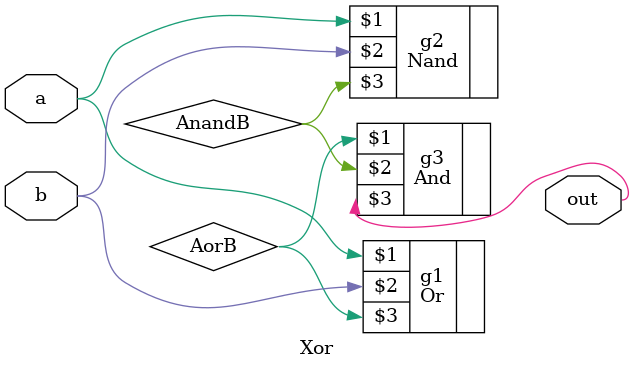
<source format=v>
module Xor(input a, b, output out);
  // your code here
  Or g1(a, b, AorB);
  Nand g2(a, b, AnandB);
  And g3(AorB, AnandB, out);

endmodule

</source>
